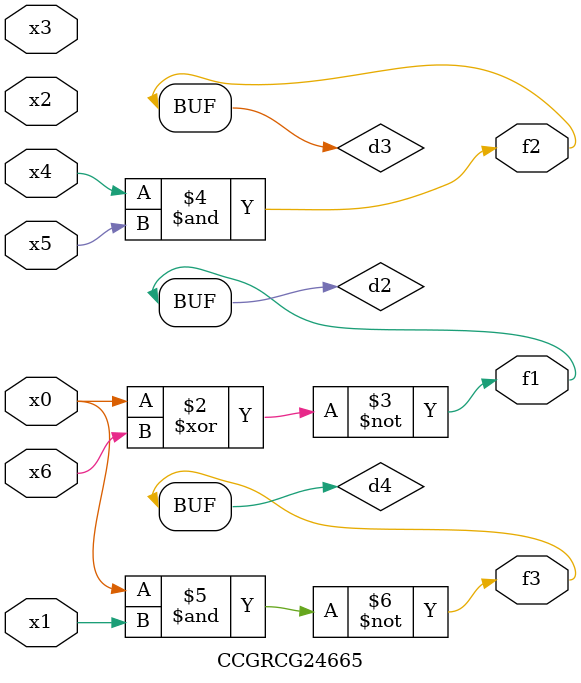
<source format=v>
module CCGRCG24665(
	input x0, x1, x2, x3, x4, x5, x6,
	output f1, f2, f3
);

	wire d1, d2, d3, d4;

	nor (d1, x0);
	xnor (d2, x0, x6);
	and (d3, x4, x5);
	nand (d4, x0, x1);
	assign f1 = d2;
	assign f2 = d3;
	assign f3 = d4;
endmodule

</source>
